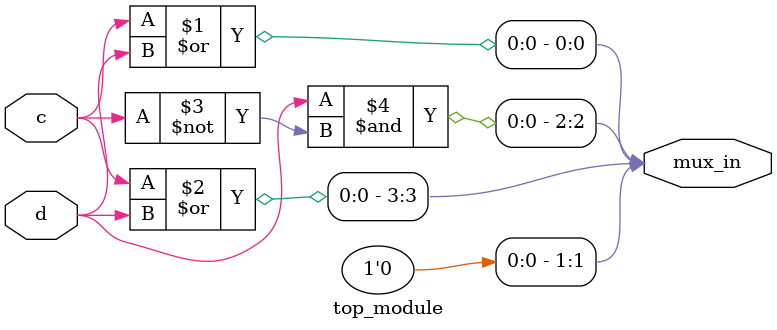
<source format=sv>
module top_module (
    input c,
    input d,
    output [3:0] mux_in
);

    // Assign values based on the provided Karnaugh map

    // ab = 00
    assign mux_in[0] = c | d;

    // ab = 01
    assign mux_in[1] = 0;

    // ab = 11
    assign mux_in[3] = c | d;

    // ab = 10
    assign mux_in[2] = d & ~c;

endmodule

</source>
